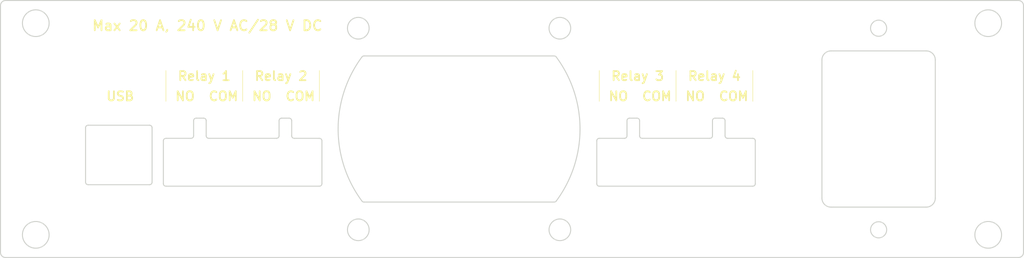
<source format=kicad_pcb>
(kicad_pcb (version 20211014) (generator pcbnew)

  (general
    (thickness 1.6)
  )

  (paper "A4")
  (layers
    (0 "F.Cu" signal)
    (31 "B.Cu" signal)
    (32 "B.Adhes" user "B.Adhesive")
    (33 "F.Adhes" user "F.Adhesive")
    (34 "B.Paste" user)
    (35 "F.Paste" user)
    (36 "B.SilkS" user "B.Silkscreen")
    (37 "F.SilkS" user "F.Silkscreen")
    (38 "B.Mask" user)
    (39 "F.Mask" user)
    (40 "Dwgs.User" user "User.Drawings")
    (41 "Cmts.User" user "User.Comments")
    (42 "Eco1.User" user "User.Eco1")
    (43 "Eco2.User" user "User.Eco2")
    (44 "Edge.Cuts" user)
    (45 "Margin" user)
    (46 "B.CrtYd" user "B.Courtyard")
    (47 "F.CrtYd" user "F.Courtyard")
    (48 "B.Fab" user)
    (49 "F.Fab" user)
  )

  (setup
    (pad_to_mask_clearance 0)
    (pcbplotparams
      (layerselection 0x00010a8_7fffffff)
      (disableapertmacros false)
      (usegerberextensions true)
      (usegerberattributes true)
      (usegerberadvancedattributes true)
      (creategerberjobfile true)
      (svguseinch false)
      (svgprecision 6)
      (excludeedgelayer true)
      (plotframeref false)
      (viasonmask false)
      (mode 1)
      (useauxorigin false)
      (hpglpennumber 1)
      (hpglpenspeed 20)
      (hpglpendiameter 15.000000)
      (dxfpolygonmode true)
      (dxfimperialunits true)
      (dxfusepcbnewfont true)
      (psnegative false)
      (psa4output false)
      (plotreference true)
      (plotvalue true)
      (plotinvisibletext false)
      (sketchpadsonfab false)
      (subtractmaskfromsilk true)
      (outputformat 1)
      (mirror false)
      (drillshape 0)
      (scaleselection 1)
      (outputdirectory "")
    )
  )

  (net 0 "")

  (gr_line (start 82.82 62.9) (end 82.82 69) (layer "F.SilkS") (width 0.12) (tstamp 00000000-0000-0000-0000-0000616c2aee))
  (gr_line (start 113.28 62.9) (end 113.28 69) (layer "F.SilkS") (width 0.12) (tstamp 00000000-0000-0000-0000-0000616c2b4e))
  (gr_line (start 168.82 62.9) (end 168.82 69) (layer "F.SilkS") (width 0.12) (tstamp 00000000-0000-0000-0000-0000616c2bac))
  (gr_line (start 199.28 62.9) (end 199.28 69) (layer "F.SilkS") (width 0.12) (tstamp 00000000-0000-0000-0000-0000616c2bae))
  (gr_line (start 184.05 62.9) (end 184.05 69) (layer "F.SilkS") (width 0.12) (tstamp 00000000-0000-0000-0000-0000616c2bb3))
  (gr_line (start 98.05 62.9) (end 98.05 69) (layer "F.SilkS") (width 0.12) (tstamp 7b09900a-a269-445e-b9cd-1d4861dddd6d))
  (gr_line (start 235.5 88.2) (end 235.5 60.8) (layer "Edge.Cuts") (width 0.2) (tstamp 08a2db9f-b3c8-473f-8930-fd96e69e2ca3))
  (gr_line (start 50 99) (end 50 50) (layer "Edge.Cuts") (width 0.2) (tstamp 09425064-41ea-4701-bea2-236b4a0a6bee))
  (gr_line (start 88.32 72.85) (end 88.32 75.85) (layer "Edge.Cuts") (width 0.2) (tstamp 0eb3871b-0a4e-462f-afde-b5ce019d7034))
  (gr_line (start 82.32 85.35) (end 82.32 76.85) (layer "Edge.Cuts") (width 0.2) (tstamp 1afff719-36cf-4071-960a-4ac596282c12))
  (gr_arc (start 66.88 74.25) (mid 67.026447 73.896447) (end 67.38 73.75) (layer "Edge.Cuts") (width 0.2) (tstamp 1d239fab-3248-4f76-84ec-70b7937111d5))
  (gr_line (start 176.82 72.85) (end 176.82 75.85) (layer "Edge.Cuts") (width 0.2) (tstamp 21e5d177-aaf4-4687-ae9f-a86c478ab5f3))
  (gr_circle (center 57 95.5) (end 59.65 95.5) (layer "Edge.Cuts") (width 0.2) (fill none) (tstamp 24554d0b-8977-42c4-acce-80d0dea8452a))
  (gr_arc (start 191.28 72.85) (mid 191.426447 72.496447) (end 191.78 72.35) (layer "Edge.Cuts") (width 0.2) (tstamp 25bbd8fa-1bb7-49e4-809d-329c575e97ab))
  (gr_arc (start 213 60.8) (mid 213.527208 59.527208) (end 214.8 59) (layer "Edge.Cuts") (width 0.2) (tstamp 2c37b9f5-ab72-4fae-8a26-5d561a61d90c))
  (gr_line (start 214.8 90) (end 233.7 90) (layer "Edge.Cuts") (width 0.2) (tstamp 2d4e6acb-93b7-4380-bd32-7dc078a096d6))
  (gr_arc (start 50 50) (mid 50.292893 49.292893) (end 51 49) (layer "Edge.Cuts") (width 0.2) (tstamp 2edffabc-87b5-4088-a9fd-33975a949a42))
  (gr_line (start 191.28 72.85) (end 191.28 75.85) (layer "Edge.Cuts") (width 0.2) (tstamp 35e5017f-d73d-47fa-8965-4807839169e4))
  (gr_line (start 174.32 72.85) (end 174.32 75.85) (layer "Edge.Cuts") (width 0.2) (tstamp 37cd3a1a-5454-4638-81f2-f2f8d42b9561))
  (gr_line (start 80.08 85.05) (end 80.08 74.25) (layer "Edge.Cuts") (width 0.2) (tstamp 3d87d57f-0074-42ab-aa84-d441b75e4a3b))
  (gr_arc (start 107.279999 72.35) (mid 107.633552 72.496447) (end 107.779999 72.85) (layer "Edge.Cuts") (width 0.2) (tstamp 3d9b52b8-d5fd-4bfb-8080-dd0920432caa))
  (gr_arc (start 91.32 76.35) (mid 90.966447 76.203553) (end 90.82 75.85) (layer "Edge.Cuts") (width 0.2) (tstamp 4043a7bd-1a20-4de5-91ec-0e27ac3046cf))
  (gr_arc (start 194.28 76.35) (mid 193.926447 76.203553) (end 193.78 75.85) (layer "Edge.Cuts") (width 0.2) (tstamp 43868de0-28bd-4f02-ad72-dc5904104218))
  (gr_circle (center 224.25 94.5) (end 225.85 94.5) (layer "Edge.Cuts") (width 0.2) (fill none) (tstamp 44564469-53a2-46cc-894b-9e3f5672b017))
  (gr_line (start 66.879999 85.05) (end 66.879999 74.25) (layer "Edge.Cuts") (width 0.2) (tstamp 4655cd10-45e6-4fd2-b970-e6e147729860))
  (gr_line (start 107.779999 72.85) (end 107.779999 75.85) (layer "Edge.Cuts") (width 0.2) (tstamp 4896b296-82dd-4e14-a63c-0ca4c90d534f))
  (gr_line (start 82.82 76.35) (end 87.82 76.35) (layer "Edge.Cuts") (width 0.2) (tstamp 54d6afc4-57f8-4803-b3ff-c1badb7e208c))
  (gr_line (start 105.279999 72.85) (end 105.279999 75.85) (layer "Edge.Cuts") (width 0.2) (tstamp 55a26b5b-436e-4ea3-8729-3c6981b1c5c8))
  (gr_arc (start 105.279999 75.85) (mid 105.133552 76.203553) (end 104.779999 76.35) (layer "Edge.Cuts") (width 0.2) (tstamp 56d6def2-ae5f-4efc-9a7e-54d77b6ae24d))
  (gr_arc (start 199.78 85.35) (mid 199.633553 85.703553) (end 199.28 85.85) (layer "Edge.Cuts") (width 0.2) (tstamp 56e2516d-8212-441a-9247-3fb758212194))
  (gr_line (start 90.82 72.85) (end 90.82 75.85) (layer "Edge.Cuts") (width 0.2) (tstamp 5c7f38de-3f0f-461a-8a07-ee01ed970a2b))
  (gr_arc (start 122.125413 89) (mid 121.90062 88.946618) (end 121.723826 88.797872) (layer "Edge.Cuts") (width 0.2) (tstamp 5f71f670-22e2-4e2e-928f-63b397109e8c))
  (gr_line (start 168.82 85.85) (end 199.28 85.85) (layer "Edge.Cuts") (width 0.2) (tstamp 6888b70d-cb9b-432a-b6cd-01a7ccb287ee))
  (gr_arc (start 214.8 90) (mid 213.527208 89.472792) (end 213 88.2) (layer "Edge.Cuts") (width 0.2) (tstamp 6ab30f3d-0660-41cb-acba-c4ff0720d5dc))
  (gr_arc (start 80.08 85.05) (mid 79.933553 85.403553) (end 79.58 85.55) (layer "Edge.Cuts") (width 0.2) (tstamp 6cd38c35-e5d9-4460-9522-976e95462dbd))
  (gr_line (start 168.82 76.35) (end 173.82 76.35) (layer "Edge.Cuts") (width 0.2) (tstamp 6cf4e2b0-013f-4ae0-a28e-49f561f00c82))
  (gr_arc (start 174.32 75.85) (mid 174.173553 76.203553) (end 173.82 76.35) (layer "Edge.Cuts") (width 0.2) (tstamp 6f09f443-d131-451d-a973-d97ada8a6ddc))
  (gr_arc (start 90.32 72.35) (mid 90.673553 72.496447) (end 90.82 72.85) (layer "Edge.Cuts") (width 0.2) (tstamp 720ef13c-bc73-418c-965a-c4e89cdc21ef))
  (gr_line (start 213 88.2) (end 213 60.8) (layer "Edge.Cuts") (width 0.2) (tstamp 78734796-ac95-4350-a6f6-1f51e3325b1d))
  (gr_line (start 174.82 72.35) (end 176.32 72.35) (layer "Edge.Cuts") (width 0.2) (tstamp 78ef42d5-f0e7-411b-8def-66312c4aa8ed))
  (gr_arc (start 176.32 72.35) (mid 176.673553 72.496447) (end 176.82 72.85) (layer "Edge.Cuts") (width 0.2) (tstamp 79c1ae95-4cdf-4fc9-999f-a33d11cac50f))
  (gr_line (start 122.125413 89) (end 159.874586 88.999999) (layer "Edge.Cuts") (width 0.2) (tstamp 79d385ff-cbde-47dd-b2ed-955b12499cfd))
  (gr_arc (start 168.82 85.85) (mid 168.466447 85.703553) (end 168.32 85.35) (layer "Edge.Cuts") (width 0.2) (tstamp 7c50104d-8c44-4f7e-ae47-c733d983c839))
  (gr_arc (start 82.32 76.85) (mid 82.466447 76.496447) (end 82.82 76.35) (layer "Edge.Cuts") (width 0.2) (tstamp 7e073596-f69e-4a52-b479-6a6a4168a348))
  (gr_line (start 214.8 59) (end 233.7 59) (layer "Edge.Cuts") (width 0.2) (tstamp 826c3d19-fb55-4ee1-9a67-0a06a8ec5bc4))
  (gr_circle (center 121 94.5) (end 123.15 94.5) (layer "Edge.Cuts") (width 0.2) (fill none) (tstamp 8427b11c-8d92-4d14-850a-8a1ca59eecc0))
  (gr_line (start 177.32 76.35) (end 190.78 76.35) (layer "Edge.Cuts") (width 0.2) (tstamp 84cd9198-8e8d-4de7-97fb-b1488b0eb978))
  (gr_line (start 193.28 72.35) (end 191.78 72.35) (layer "Edge.Cuts") (width 0.2) (tstamp 8601f79b-6f60-451f-9f76-194065e561f9))
  (gr_line (start 168.32 85.35) (end 168.32 76.85) (layer "Edge.Cuts") (width 0.2) (tstamp 874f426a-b6d7-4ac1-b8b3-d9ac118c11f6))
  (gr_arc (start 88.32 72.85) (mid 88.466447 72.496447) (end 88.82 72.35) (layer "Edge.Cuts") (width 0.2) (tstamp 898f7acc-15a1-4b1b-8930-c147eaece4c2))
  (gr_arc (start 160.276173 88.797872) (mid 160.099379 88.946618) (end 159.874586 89) (layer "Edge.Cuts") (width 0.2) (tstamp 8e344ef2-e04c-4d2e-8030-64020e867116))
  (gr_circle (center 161 54.5) (end 163.15 54.5) (layer "Edge.Cuts") (width 0.2) (fill none) (tstamp 907a4d8e-407b-4356-951e-07836e8e63e8))
  (gr_arc (start 252 49) (mid 252.707107 49.292893) (end 253 50) (layer "Edge.Cuts") (width 0.2) (tstamp 917b2429-1a77-474a-9e56-904d08fd09e0))
  (gr_arc (start 193.28 72.35) (mid 193.633553 72.496447) (end 193.78 72.85) (layer "Edge.Cuts") (width 0.2) (tstamp 922233fd-55bd-451c-a808-54ce4f758bb5))
  (gr_arc (start 67.38 85.550001) (mid 67.026446 85.403554) (end 66.879999 85.05) (layer "Edge.Cuts") (width 0.2) (tstamp 94a4db3a-f29e-4a18-8dc1-7b9daaf73f9a))
  (gr_arc (start 253 99) (mid 252.707107 99.707107) (end 252 100) (layer "Edge.Cuts") (width 0.2) (tstamp 989b50e2-f55e-41a3-b65a-9a15bd6bc2bf))
  (gr_line (start 199.78 85.35) (end 199.78 76.85) (layer "Edge.Cuts") (width 0.2) (tstamp 990c8a51-c3ab-4bbb-91fc-3ebaf0df5906))
  (gr_circle (center 224.25 54.5) (end 225.85 54.5) (layer "Edge.Cuts") (width 0.2) (fill none) (tstamp a0853d7e-bc37-4ff1-8c7d-7f3e6af9931c))
  (gr_line (start 51 49) (end 252 49) (layer "Edge.Cuts") (width 0.2) (tstamp a2fd61fc-209c-4097-a198-1c04fa714bc0))
  (gr_line (start 88.82 72.35) (end 90.32 72.35) (layer "Edge.Cuts") (width 0.2) (tstamp a42f73ba-91cf-434b-964c-e82f230bcb7b))
  (gr_arc (start 160.276173 60.202128) (mid 165 74.5) (end 160.276173 88.797872) (layer "Edge.Cuts") (width 0.2) (tstamp a747ce1b-8155-4bab-8b49-2d9bcfd2fee1))
  (gr_arc (start 199.28 76.35) (mid 199.633553 76.496447) (end 199.78 76.85) (layer "Edge.Cuts") (width 0.2) (tstamp a9b959e3-0015-4480-8f93-de4c40aaa797))
  (gr_line (start 107.279999 72.35) (end 105.779999 72.35) (layer "Edge.Cuts") (width 0.2) (tstamp ac77993b-55ac-4b11-9303-7e99947a7d60))
  (gr_arc (start 113.28 76.35) (mid 113.633553 76.496447) (end 113.78 76.85) (layer "Edge.Cuts") (width 0.2) (tstamp ae2ca163-b084-49df-85a7-42a0d606cf53))
  (gr_circle (center 246 53.5) (end 248.65 53.5) (layer "Edge.Cuts") (width 0.2) (fill none) (tstamp b0cd2358-47bb-49a0-a33b-e5968db56748))
  (gr_arc (start 88.32 75.85) (mid 88.173553 76.203553) (end 87.82 76.35) (layer "Edge.Cuts") (width 0.2) (tstamp b5ee6455-f938-4ae7-8aac-dda54f068de5))
  (gr_line (start 253 99) (end 253 50) (layer "Edge.Cuts") (width 0.2) (tstamp b759b89f-73da-47ca-beba-53e0a43ac751))
  (gr_line (start 82.82 85.85) (end 113.28 85.85) (layer "Edge.Cuts") (width 0.2) (tstamp b7770899-bba2-43cc-9820-a16728bf7187))
  (gr_line (start 122.125413 60) (end 159.874586 59.999999) (layer "Edge.Cuts") (width 0.2) (tstamp b7c726d1-a6af-4734-bdee-252f199aea3d))
  (gr_arc (start 174.32 72.85) (mid 174.466447 72.496447) (end 174.82 72.35) (layer "Edge.Cuts") (width 0.2) (tstamp ba078a7c-22f9-40be-b93e-c63a2987cb75))
  (gr_arc (start 159.874586 59.999999) (mid 160.099379 60.053381) (end 160.276173 60.202127) (layer "Edge.Cuts") (width 0.2) (tstamp bbca9039-98a1-419c-9b76-6d1ea90586b2))
  (gr_arc (start 177.32 76.35) (mid 176.966447 76.203553) (end 176.82 75.85) (layer "Edge.Cuts") (width 0.2) (tstamp bcb9c90d-b128-42fc-961d-d421b5c60439))
  (gr_circle (center 246 95.5) (end 248.65 95.5) (layer "Edge.Cuts") (width 0.2) (fill none) (tstamp c11f3714-ae93-4867-9f37-e7b7b2d93656))
  (gr_arc (start 82.82 85.85) (mid 82.466447 85.703553) (end 82.32 85.35) (layer "Edge.Cuts") (width 0.2) (tstamp c8cb51e5-0b3f-4305-9182-f5b1681d4d66))
  (gr_arc (start 51 100) (mid 50.292893 99.707107) (end 50 99) (layer "Edge.Cuts") (width 0.2) (tstamp c9085216-5e5a-4811-b8c0-5528dfc77d5c))
  (gr_arc (start 121.723826 60.202128) (mid 121.90062 60.053382) (end 122.125413 60) (layer "Edge.Cuts") (width 0.2) (tstamp c926d5b5-df48-4582-8301-3c30ae7d64eb))
  (gr_line (start 67.38 73.75) (end 79.58 73.75) (layer "Edge.Cuts") (width 0.2) (tstamp ccb5dbbd-a56e-4f95-8d37-f14ccadb8053))
  (gr_line (start 91.32 76.35) (end 104.779999 76.35) (layer "Edge.Cuts") (width 0.2) (tstamp cea4f9fa-f4c6-4124-9872-b34bd3b01d2a))
  (gr_line (start 194.28 76.35) (end 199.28 76.35) (layer "Edge.Cuts") (width 0.2) (tstamp d000dcfe-0ceb-4e12-b6bd-67bcf9b8b643))
  (gr_arc (start 191.28 75.85) (mid 191.133553 76.203553) (end 190.78 76.35) (layer "Edge.Cuts") (width 0.2) (tstamp d42e3f85-72a6-494c-ab41-0143809e1b66))
  (gr_arc (start 168.32 76.85) (mid 168.466447 76.496447) (end 168.82 76.35) (layer "Edge.Cuts") (width 0.2) (tstamp d7c8f86b-ae54-4d96-b5bc-75cd91a9dfe0))
  (gr_arc (start 121.723826 88.797873) (mid 116.999999 74.5) (end 121.723826 60.202127) (layer "Edge.Cuts") (width 0.2) (tstamp d85e91e1-da79-48fc-80a3-9ee5449d0248))
  (gr_line (start 193.78 72.85) (end 193.78 75.85) (layer "Edge.Cuts") (width 0.2) (tstamp da1da387-6037-4a2b-9ddd-b68ef724b1ad))
  (gr_line (start 67.38 85.55) (end 79.58 85.55) (layer "Edge.Cuts") (width 0.2) (tstamp da5cd50c-e239-48fd-b080-745e3078556c))
  (gr_circle (center 161 94.5) (end 163.15 94.5) (layer "Edge.Cuts") (width 0.2) (fill none) (tstamp dbcaa16a-dcca-4b6a-9744-7928a743e369))
  (gr_arc (start 113.78 85.35) (mid 113.633553 85.703553) (end 113.28 85.85) (layer "Edge.Cuts") (width 0.2) (tstamp dcf828d0-ef24-46ad-ba2a-889e904f6ad5))
  (gr_line (start 108.279999 76.35) (end 113.28 76.35) (layer "Edge.Cuts") (width 0.2) (tstamp e4912787-2095-407c-861b-4769649f2afc))
  (gr_arc (start 108.279999 76.35) (mid 107.926446 76.203553) (end 107.779999 75.85) (layer "Edge.Cuts") (width 0.2) (tstamp e632f6a9-588e-4831-932b-0b6da1d5a2be))
  (gr_arc (start 105.279999 72.85) (mid 105.426446 72.496447) (end 105.779999 72.35) (layer "Edge.Cuts") (width 0.2) (tstamp ea5ae91c-e169-4bf9-9332-252caa4f2306))
  (gr_arc (start 233.7 59) (mid 234.972792 59.527208) (end 235.5 60.8) (layer "Edge.Cuts") (width 0.2) (tstamp f2ac6bbc-bd7a-4fd6-b64e-1cd3b00efd05))
  (gr_circle (center 57 53.5) (end 59.65 53.5) (layer "Edge.Cuts") (width 0.2) (fill none) (tstamp f3602871-be05-4ca2-89b3-5f9b4e1e1026))
  (gr_line (start 113.78 85.35) (end 113.78 76.85) (layer "Edge.Cuts") (width 0.2) (tstamp f3650c84-dbad-4675-bd86-7adcc47434a4))
  (gr_line (start 51 100) (end 252 100) (layer "Edge.Cuts") (width 0.2) (tstamp f90d9e54-bc24-4ca0-bb62-8391afc80bef))
  (gr_circle (center 121 54.5) (end 123.15 54.5) (layer "Edge.Cuts") (width 0.2) (fill none) (tstamp f9ae2763-d6a1-41c9-a72c-ed4ffe94a292))
  (gr_arc (start 235.5 88.2) (mid 234.972792 89.472792) (end 233.7 90) (layer "Edge.Cuts") (width 0.2) (tstamp fa16eb9e-284c-48f3-a078-39889c37d10e))
  (gr_arc (start 79.58 73.75) (mid 79.933553 73.896447) (end 80.08 74.25) (layer "Edge.Cuts") (width 0.2) (tstamp fa921cb1-e8f8-43a9-b94a-4c8eb807ecb6))
  (gr_text "NO" (at 101.86 68) (layer "F.SilkS") (tstamp 00000000-0000-0000-0000-0000616c2844)
    (effects (font (size 1.8 1.8) (thickness 0.35)))
  )
  (gr_text "COM" (at 109.48 68) (layer "F.SilkS") (tstamp 00000000-0000-0000-0000-0000616c29ce)
    (effects (font (size 1.8 1.8) (thickness 0.35)))
  )
  (gr_text "Relay 2" (at 105.67 64) (layer "F.SilkS") (tstamp 00000000-0000-0000-0000-0000616c2a4a)
    (effects (font (size 1.8 1.8) (thickness 0.35)))
  )
  (gr_text "NO" (at 187.86 68) (layer "F.SilkS") (tstamp 00000000-0000-0000-0000-0000616c2bab)
    (effects (font (size 1.8 1.8) (thickness 0.35)))
  )
  (gr_text "Relay 3" (at 176.43 64) (layer "F.SilkS") (tstamp 00000000-0000-0000-0000-0000616c2bad)
    (effects (font (size 1.8 1.8) (thickness 0.35)))
  )
  (gr_text "COM" (at 195.48 68) (layer "F.SilkS") (tstamp 00000000-0000-0000-0000-0000616c2baf)
    (effects (font (size 1.8 1.8) (thickness 0.35)))
  )
  (gr_text "COM" (at 180.24 68) (layer "F.SilkS") (tstamp 00000000-0000-0000-0000-0000616c2bb0)
    (effects (font (size 1.8 1.8) (thickness 0.35)))
  )
  (gr_text "Relay 4" (at 191.67 64) (layer "F.SilkS") (tstamp 00000000-0000-0000-0000-0000616c2bb1)
    (effects (font (size 1.8 1.8) (thickness 0.35)))
  )
  (gr_text "NO" (at 172.62 68) (layer "F.SilkS") (tstamp 00000000-0000-0000-0000-0000616c2bb2)
    (effects (font (size 1.8 1.8) (thickness 0.35)))
  )
  (gr_text "Relay 1" (at 90.43 64) (layer "F.SilkS") (tstamp 492e83a2-ad88-4fba-ba0a-d62a8184405f)
    (effects (font (size 1.8 1.8) (thickness 0.35)))
  )
  (gr_text "COM" (at 94.24 68) (layer "F.SilkS") (tstamp 764eddce-1618-4d63-ac5e-3e8d693f3544)
    (effects (font (size 1.8 1.8) (thickness 0.35)))
  )
  (gr_text "Max 20 A, 240 V AC/28 V DC" (at 68 54) (layer "F.SilkS") (tstamp 83a32f7b-c070-4880-b13d-52ad29c92ed7)
    (effects (font (size 2 2) (thickness 0.35)) (justify left))
  )
  (gr_text "USB" (at 73.75 68) (layer "F.SilkS") (tstamp 8cfbd103-9f93-4223-99f1-dc396fe3e7e7)
    (effects (font (size 1.8 1.8) (thickness 0.35)))
  )
  (gr_text "NO" (at 86.62 68) (layer "F.SilkS") (tstamp f5b2dcf3-8346-4aaa-a966-b9b4470f2cf8)
    (effects (font (size 1.8 1.8) (thickness 0.35)))
  )

)

</source>
